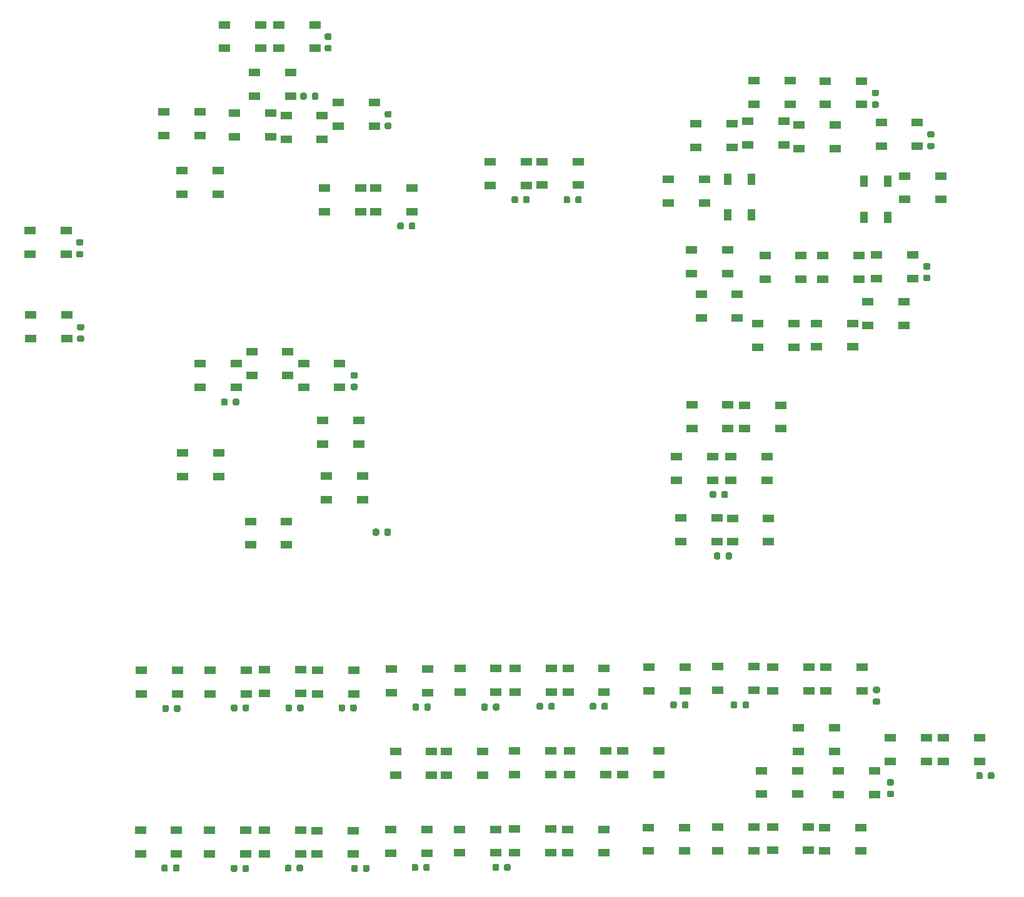
<source format=gbr>
G04 #@! TF.GenerationSoftware,KiCad,Pcbnew,(5.1.6)-1*
G04 #@! TF.CreationDate,2021-02-10T22:37:55+11:00*
G04 #@! TF.ProjectId,KY58 Panel PCB V2,4b593538-2050-4616-9e65-6c2050434220,rev?*
G04 #@! TF.SameCoordinates,Original*
G04 #@! TF.FileFunction,Paste,Top*
G04 #@! TF.FilePolarity,Positive*
%FSLAX46Y46*%
G04 Gerber Fmt 4.6, Leading zero omitted, Abs format (unit mm)*
G04 Created by KiCad (PCBNEW (5.1.6)-1) date 2021-02-10 22:37:55*
%MOMM*%
%LPD*%
G01*
G04 APERTURE LIST*
%ADD10R,1.500000X1.000000*%
%ADD11R,1.000000X1.500000*%
G04 APERTURE END LIST*
D10*
G04 #@! TO.C,D80*
X103975000Y-92225000D03*
X103975000Y-95425000D03*
X108875000Y-92225000D03*
X108875000Y-95425000D03*
G04 #@! TD*
G04 #@! TO.C,D79*
X113125000Y-101525000D03*
X113125000Y-104725000D03*
X118025000Y-101525000D03*
X118025000Y-104725000D03*
G04 #@! TD*
G04 #@! TO.C,D78*
X123425000Y-95375000D03*
X123425000Y-98575000D03*
X128325000Y-95375000D03*
X128325000Y-98575000D03*
G04 #@! TD*
G04 #@! TO.C,D77*
X122875000Y-87825000D03*
X122875000Y-91025000D03*
X127775000Y-87825000D03*
X127775000Y-91025000D03*
G04 #@! TD*
G04 #@! TO.C,D76*
X178400000Y-101100000D03*
X178400000Y-104300000D03*
X183300000Y-101100000D03*
X183300000Y-104300000D03*
G04 #@! TD*
G04 #@! TO.C,D75*
X178200000Y-92750000D03*
X178200000Y-95950000D03*
X183100000Y-92750000D03*
X183100000Y-95950000D03*
G04 #@! TD*
G04 #@! TO.C,D74*
X180050000Y-85775000D03*
X180050000Y-88975000D03*
X184950000Y-85775000D03*
X184950000Y-88975000D03*
G04 #@! TD*
D11*
G04 #@! TO.C,D73*
X180975000Y-55125000D03*
X177775000Y-55125000D03*
X180975000Y-60025000D03*
X177775000Y-60025000D03*
G04 #@! TD*
D10*
G04 #@! TO.C,D69*
X187425000Y-47825000D03*
X187425000Y-51025000D03*
X192325000Y-47825000D03*
X192325000Y-51025000D03*
G04 #@! TD*
G04 #@! TO.C,D72*
X182800000Y-65525000D03*
X182800000Y-68725000D03*
X187700000Y-65525000D03*
X187700000Y-68725000D03*
G04 #@! TD*
G04 #@! TO.C,D71*
X190650000Y-65475000D03*
X190650000Y-68675000D03*
X195550000Y-65475000D03*
X195550000Y-68675000D03*
G04 #@! TD*
D11*
G04 #@! TO.C,D70*
X196200000Y-60350000D03*
X199400000Y-60350000D03*
X196200000Y-55450000D03*
X199400000Y-55450000D03*
G04 #@! TD*
D10*
G04 #@! TO.C,D68*
X180500000Y-47325000D03*
X180500000Y-50525000D03*
X185400000Y-47325000D03*
X185400000Y-50525000D03*
G04 #@! TD*
G04 #@! TO.C,D67*
X123150000Y-56375000D03*
X123150000Y-59575000D03*
X128050000Y-56375000D03*
X128050000Y-59575000D03*
G04 #@! TD*
G04 #@! TO.C,D66*
X117950000Y-46500000D03*
X117950000Y-49700000D03*
X122850000Y-46500000D03*
X122850000Y-49700000D03*
G04 #@! TD*
G04 #@! TO.C,D65*
X111000000Y-46225000D03*
X111000000Y-49425000D03*
X115900000Y-46225000D03*
X115900000Y-49425000D03*
G04 #@! TD*
G04 #@! TO.C,D64*
X103825000Y-54000000D03*
X103825000Y-57200000D03*
X108725000Y-54000000D03*
X108725000Y-57200000D03*
G04 #@! TD*
G04 #@! TO.C,C4*
G36*
G01*
X199553750Y-138047500D02*
X200066250Y-138047500D01*
G75*
G02*
X200285000Y-138266250I0J-218750D01*
G01*
X200285000Y-138703750D01*
G75*
G02*
X200066250Y-138922500I-218750J0D01*
G01*
X199553750Y-138922500D01*
G75*
G02*
X199335000Y-138703750I0J218750D01*
G01*
X199335000Y-138266250D01*
G75*
G02*
X199553750Y-138047500I218750J0D01*
G01*
G37*
G36*
G01*
X199553750Y-136472500D02*
X200066250Y-136472500D01*
G75*
G02*
X200285000Y-136691250I0J-218750D01*
G01*
X200285000Y-137128750D01*
G75*
G02*
X200066250Y-137347500I-218750J0D01*
G01*
X199553750Y-137347500D01*
G75*
G02*
X199335000Y-137128750I0J218750D01*
G01*
X199335000Y-136691250D01*
G75*
G02*
X199553750Y-136472500I218750J0D01*
G01*
G37*
G04 #@! TD*
G04 #@! TO.C,C13*
G36*
G01*
X197508750Y-44597500D02*
X198021250Y-44597500D01*
G75*
G02*
X198240000Y-44816250I0J-218750D01*
G01*
X198240000Y-45253750D01*
G75*
G02*
X198021250Y-45472500I-218750J0D01*
G01*
X197508750Y-45472500D01*
G75*
G02*
X197290000Y-45253750I0J218750D01*
G01*
X197290000Y-44816250D01*
G75*
G02*
X197508750Y-44597500I218750J0D01*
G01*
G37*
G36*
G01*
X197508750Y-43022500D02*
X198021250Y-43022500D01*
G75*
G02*
X198240000Y-43241250I0J-218750D01*
G01*
X198240000Y-43678750D01*
G75*
G02*
X198021250Y-43897500I-218750J0D01*
G01*
X197508750Y-43897500D01*
G75*
G02*
X197290000Y-43678750I0J218750D01*
G01*
X197290000Y-43241250D01*
G75*
G02*
X197508750Y-43022500I218750J0D01*
G01*
G37*
G04 #@! TD*
G04 #@! TO.C,C34*
G36*
G01*
X136542500Y-148686250D02*
X136542500Y-148173750D01*
G75*
G02*
X136761250Y-147955000I218750J0D01*
G01*
X137198750Y-147955000D01*
G75*
G02*
X137417500Y-148173750I0J-218750D01*
G01*
X137417500Y-148686250D01*
G75*
G02*
X137198750Y-148905000I-218750J0D01*
G01*
X136761250Y-148905000D01*
G75*
G02*
X136542500Y-148686250I0J218750D01*
G01*
G37*
G36*
G01*
X134967500Y-148686250D02*
X134967500Y-148173750D01*
G75*
G02*
X135186250Y-147955000I218750J0D01*
G01*
X135623750Y-147955000D01*
G75*
G02*
X135842500Y-148173750I0J-218750D01*
G01*
X135842500Y-148686250D01*
G75*
G02*
X135623750Y-148905000I-218750J0D01*
G01*
X135186250Y-148905000D01*
G75*
G02*
X134967500Y-148686250I0J218750D01*
G01*
G37*
G04 #@! TD*
G04 #@! TO.C,C33*
G36*
G01*
X119372500Y-148786250D02*
X119372500Y-148273750D01*
G75*
G02*
X119591250Y-148055000I218750J0D01*
G01*
X120028750Y-148055000D01*
G75*
G02*
X120247500Y-148273750I0J-218750D01*
G01*
X120247500Y-148786250D01*
G75*
G02*
X120028750Y-149005000I-218750J0D01*
G01*
X119591250Y-149005000D01*
G75*
G02*
X119372500Y-148786250I0J218750D01*
G01*
G37*
G36*
G01*
X117797500Y-148786250D02*
X117797500Y-148273750D01*
G75*
G02*
X118016250Y-148055000I218750J0D01*
G01*
X118453750Y-148055000D01*
G75*
G02*
X118672500Y-148273750I0J-218750D01*
G01*
X118672500Y-148786250D01*
G75*
G02*
X118453750Y-149005000I-218750J0D01*
G01*
X118016250Y-149005000D01*
G75*
G02*
X117797500Y-148786250I0J218750D01*
G01*
G37*
G04 #@! TD*
G04 #@! TO.C,C31*
G36*
G01*
X102642500Y-148776250D02*
X102642500Y-148263750D01*
G75*
G02*
X102861250Y-148045000I218750J0D01*
G01*
X103298750Y-148045000D01*
G75*
G02*
X103517500Y-148263750I0J-218750D01*
G01*
X103517500Y-148776250D01*
G75*
G02*
X103298750Y-148995000I-218750J0D01*
G01*
X102861250Y-148995000D01*
G75*
G02*
X102642500Y-148776250I0J218750D01*
G01*
G37*
G36*
G01*
X101067500Y-148776250D02*
X101067500Y-148263750D01*
G75*
G02*
X101286250Y-148045000I218750J0D01*
G01*
X101723750Y-148045000D01*
G75*
G02*
X101942500Y-148263750I0J-218750D01*
G01*
X101942500Y-148776250D01*
G75*
G02*
X101723750Y-148995000I-218750J0D01*
G01*
X101286250Y-148995000D01*
G75*
G02*
X101067500Y-148776250I0J218750D01*
G01*
G37*
G04 #@! TD*
G04 #@! TO.C,C35*
G36*
G01*
X112042500Y-148826250D02*
X112042500Y-148313750D01*
G75*
G02*
X112261250Y-148095000I218750J0D01*
G01*
X112698750Y-148095000D01*
G75*
G02*
X112917500Y-148313750I0J-218750D01*
G01*
X112917500Y-148826250D01*
G75*
G02*
X112698750Y-149045000I-218750J0D01*
G01*
X112261250Y-149045000D01*
G75*
G02*
X112042500Y-148826250I0J218750D01*
G01*
G37*
G36*
G01*
X110467500Y-148826250D02*
X110467500Y-148313750D01*
G75*
G02*
X110686250Y-148095000I218750J0D01*
G01*
X111123750Y-148095000D01*
G75*
G02*
X111342500Y-148313750I0J-218750D01*
G01*
X111342500Y-148826250D01*
G75*
G02*
X111123750Y-149045000I-218750J0D01*
G01*
X110686250Y-149045000D01*
G75*
G02*
X110467500Y-148826250I0J218750D01*
G01*
G37*
G04 #@! TD*
G04 #@! TO.C,R1*
G36*
G01*
X130562000Y-102740750D02*
X130562000Y-103253250D01*
G75*
G02*
X130343250Y-103472000I-218750J0D01*
G01*
X129905750Y-103472000D01*
G75*
G02*
X129687000Y-103253250I0J218750D01*
G01*
X129687000Y-102740750D01*
G75*
G02*
X129905750Y-102522000I218750J0D01*
G01*
X130343250Y-102522000D01*
G75*
G02*
X130562000Y-102740750I0J-218750D01*
G01*
G37*
G36*
G01*
X132137000Y-102740750D02*
X132137000Y-103253250D01*
G75*
G02*
X131918250Y-103472000I-218750J0D01*
G01*
X131480750Y-103472000D01*
G75*
G02*
X131262000Y-103253250I0J218750D01*
G01*
X131262000Y-102740750D01*
G75*
G02*
X131480750Y-102522000I218750J0D01*
G01*
X131918250Y-102522000D01*
G75*
G02*
X132137000Y-102740750I0J-218750D01*
G01*
G37*
G04 #@! TD*
G04 #@! TO.C,C32*
G36*
G01*
X145962500Y-126956250D02*
X145962500Y-126443750D01*
G75*
G02*
X146181250Y-126225000I218750J0D01*
G01*
X146618750Y-126225000D01*
G75*
G02*
X146837500Y-126443750I0J-218750D01*
G01*
X146837500Y-126956250D01*
G75*
G02*
X146618750Y-127175000I-218750J0D01*
G01*
X146181250Y-127175000D01*
G75*
G02*
X145962500Y-126956250I0J218750D01*
G01*
G37*
G36*
G01*
X144387500Y-126956250D02*
X144387500Y-126443750D01*
G75*
G02*
X144606250Y-126225000I218750J0D01*
G01*
X145043750Y-126225000D01*
G75*
G02*
X145262500Y-126443750I0J-218750D01*
G01*
X145262500Y-126956250D01*
G75*
G02*
X145043750Y-127175000I-218750J0D01*
G01*
X144606250Y-127175000D01*
G75*
G02*
X144387500Y-126956250I0J218750D01*
G01*
G37*
G04 #@! TD*
G04 #@! TO.C,C30*
G36*
G01*
X179762500Y-126656250D02*
X179762500Y-126143750D01*
G75*
G02*
X179981250Y-125925000I218750J0D01*
G01*
X180418750Y-125925000D01*
G75*
G02*
X180637500Y-126143750I0J-218750D01*
G01*
X180637500Y-126656250D01*
G75*
G02*
X180418750Y-126875000I-218750J0D01*
G01*
X179981250Y-126875000D01*
G75*
G02*
X179762500Y-126656250I0J218750D01*
G01*
G37*
G36*
G01*
X178187500Y-126656250D02*
X178187500Y-126143750D01*
G75*
G02*
X178406250Y-125925000I218750J0D01*
G01*
X178843750Y-125925000D01*
G75*
G02*
X179062500Y-126143750I0J-218750D01*
G01*
X179062500Y-126656250D01*
G75*
G02*
X178843750Y-126875000I-218750J0D01*
G01*
X178406250Y-126875000D01*
G75*
G02*
X178187500Y-126656250I0J218750D01*
G01*
G37*
G04 #@! TD*
G04 #@! TO.C,C29*
G36*
G01*
X136662500Y-126956250D02*
X136662500Y-126443750D01*
G75*
G02*
X136881250Y-126225000I218750J0D01*
G01*
X137318750Y-126225000D01*
G75*
G02*
X137537500Y-126443750I0J-218750D01*
G01*
X137537500Y-126956250D01*
G75*
G02*
X137318750Y-127175000I-218750J0D01*
G01*
X136881250Y-127175000D01*
G75*
G02*
X136662500Y-126956250I0J218750D01*
G01*
G37*
G36*
G01*
X135087500Y-126956250D02*
X135087500Y-126443750D01*
G75*
G02*
X135306250Y-126225000I218750J0D01*
G01*
X135743750Y-126225000D01*
G75*
G02*
X135962500Y-126443750I0J-218750D01*
G01*
X135962500Y-126956250D01*
G75*
G02*
X135743750Y-127175000I-218750J0D01*
G01*
X135306250Y-127175000D01*
G75*
G02*
X135087500Y-126956250I0J218750D01*
G01*
G37*
G04 #@! TD*
G04 #@! TO.C,C28*
G36*
G01*
X119462500Y-127056250D02*
X119462500Y-126543750D01*
G75*
G02*
X119681250Y-126325000I218750J0D01*
G01*
X120118750Y-126325000D01*
G75*
G02*
X120337500Y-126543750I0J-218750D01*
G01*
X120337500Y-127056250D01*
G75*
G02*
X120118750Y-127275000I-218750J0D01*
G01*
X119681250Y-127275000D01*
G75*
G02*
X119462500Y-127056250I0J218750D01*
G01*
G37*
G36*
G01*
X117887500Y-127056250D02*
X117887500Y-126543750D01*
G75*
G02*
X118106250Y-126325000I218750J0D01*
G01*
X118543750Y-126325000D01*
G75*
G02*
X118762500Y-126543750I0J-218750D01*
G01*
X118762500Y-127056250D01*
G75*
G02*
X118543750Y-127275000I-218750J0D01*
G01*
X118106250Y-127275000D01*
G75*
G02*
X117887500Y-127056250I0J218750D01*
G01*
G37*
G04 #@! TD*
G04 #@! TO.C,C27*
G36*
G01*
X160662500Y-126856250D02*
X160662500Y-126343750D01*
G75*
G02*
X160881250Y-126125000I218750J0D01*
G01*
X161318750Y-126125000D01*
G75*
G02*
X161537500Y-126343750I0J-218750D01*
G01*
X161537500Y-126856250D01*
G75*
G02*
X161318750Y-127075000I-218750J0D01*
G01*
X160881250Y-127075000D01*
G75*
G02*
X160662500Y-126856250I0J218750D01*
G01*
G37*
G36*
G01*
X159087500Y-126856250D02*
X159087500Y-126343750D01*
G75*
G02*
X159306250Y-126125000I218750J0D01*
G01*
X159743750Y-126125000D01*
G75*
G02*
X159962500Y-126343750I0J-218750D01*
G01*
X159962500Y-126856250D01*
G75*
G02*
X159743750Y-127075000I-218750J0D01*
G01*
X159306250Y-127075000D01*
G75*
G02*
X159087500Y-126856250I0J218750D01*
G01*
G37*
G04 #@! TD*
G04 #@! TO.C,C26*
G36*
G01*
X153462500Y-126856250D02*
X153462500Y-126343750D01*
G75*
G02*
X153681250Y-126125000I218750J0D01*
G01*
X154118750Y-126125000D01*
G75*
G02*
X154337500Y-126343750I0J-218750D01*
G01*
X154337500Y-126856250D01*
G75*
G02*
X154118750Y-127075000I-218750J0D01*
G01*
X153681250Y-127075000D01*
G75*
G02*
X153462500Y-126856250I0J218750D01*
G01*
G37*
G36*
G01*
X151887500Y-126856250D02*
X151887500Y-126343750D01*
G75*
G02*
X152106250Y-126125000I218750J0D01*
G01*
X152543750Y-126125000D01*
G75*
G02*
X152762500Y-126343750I0J-218750D01*
G01*
X152762500Y-126856250D01*
G75*
G02*
X152543750Y-127075000I-218750J0D01*
G01*
X152106250Y-127075000D01*
G75*
G02*
X151887500Y-126856250I0J218750D01*
G01*
G37*
G04 #@! TD*
G04 #@! TO.C,C25*
G36*
G01*
X112062500Y-127056250D02*
X112062500Y-126543750D01*
G75*
G02*
X112281250Y-126325000I218750J0D01*
G01*
X112718750Y-126325000D01*
G75*
G02*
X112937500Y-126543750I0J-218750D01*
G01*
X112937500Y-127056250D01*
G75*
G02*
X112718750Y-127275000I-218750J0D01*
G01*
X112281250Y-127275000D01*
G75*
G02*
X112062500Y-127056250I0J218750D01*
G01*
G37*
G36*
G01*
X110487500Y-127056250D02*
X110487500Y-126543750D01*
G75*
G02*
X110706250Y-126325000I218750J0D01*
G01*
X111143750Y-126325000D01*
G75*
G02*
X111362500Y-126543750I0J-218750D01*
G01*
X111362500Y-127056250D01*
G75*
G02*
X111143750Y-127275000I-218750J0D01*
G01*
X110706250Y-127275000D01*
G75*
G02*
X110487500Y-127056250I0J218750D01*
G01*
G37*
G04 #@! TD*
G04 #@! TO.C,C24*
G36*
G01*
X102762500Y-127156250D02*
X102762500Y-126643750D01*
G75*
G02*
X102981250Y-126425000I218750J0D01*
G01*
X103418750Y-126425000D01*
G75*
G02*
X103637500Y-126643750I0J-218750D01*
G01*
X103637500Y-127156250D01*
G75*
G02*
X103418750Y-127375000I-218750J0D01*
G01*
X102981250Y-127375000D01*
G75*
G02*
X102762500Y-127156250I0J218750D01*
G01*
G37*
G36*
G01*
X101187500Y-127156250D02*
X101187500Y-126643750D01*
G75*
G02*
X101406250Y-126425000I218750J0D01*
G01*
X101843750Y-126425000D01*
G75*
G02*
X102062500Y-126643750I0J-218750D01*
G01*
X102062500Y-127156250D01*
G75*
G02*
X101843750Y-127375000I-218750J0D01*
G01*
X101406250Y-127375000D01*
G75*
G02*
X101187500Y-127156250I0J218750D01*
G01*
G37*
G04 #@! TD*
G04 #@! TO.C,C23*
G36*
G01*
X126918750Y-82862500D02*
X127431250Y-82862500D01*
G75*
G02*
X127650000Y-83081250I0J-218750D01*
G01*
X127650000Y-83518750D01*
G75*
G02*
X127431250Y-83737500I-218750J0D01*
G01*
X126918750Y-83737500D01*
G75*
G02*
X126700000Y-83518750I0J218750D01*
G01*
X126700000Y-83081250D01*
G75*
G02*
X126918750Y-82862500I218750J0D01*
G01*
G37*
G36*
G01*
X126918750Y-81287500D02*
X127431250Y-81287500D01*
G75*
G02*
X127650000Y-81506250I0J-218750D01*
G01*
X127650000Y-81943750D01*
G75*
G02*
X127431250Y-82162500I-218750J0D01*
G01*
X126918750Y-82162500D01*
G75*
G02*
X126700000Y-81943750I0J218750D01*
G01*
X126700000Y-81506250D01*
G75*
G02*
X126918750Y-81287500I218750J0D01*
G01*
G37*
G04 #@! TD*
G04 #@! TO.C,C22*
G36*
G01*
X89743750Y-64862500D02*
X90256250Y-64862500D01*
G75*
G02*
X90475000Y-65081250I0J-218750D01*
G01*
X90475000Y-65518750D01*
G75*
G02*
X90256250Y-65737500I-218750J0D01*
G01*
X89743750Y-65737500D01*
G75*
G02*
X89525000Y-65518750I0J218750D01*
G01*
X89525000Y-65081250D01*
G75*
G02*
X89743750Y-64862500I218750J0D01*
G01*
G37*
G36*
G01*
X89743750Y-63287500D02*
X90256250Y-63287500D01*
G75*
G02*
X90475000Y-63506250I0J-218750D01*
G01*
X90475000Y-63943750D01*
G75*
G02*
X90256250Y-64162500I-218750J0D01*
G01*
X89743750Y-64162500D01*
G75*
G02*
X89525000Y-63943750I0J218750D01*
G01*
X89525000Y-63506250D01*
G75*
G02*
X89743750Y-63287500I218750J0D01*
G01*
G37*
G04 #@! TD*
G04 #@! TO.C,C21*
G36*
G01*
X89868750Y-76337500D02*
X90381250Y-76337500D01*
G75*
G02*
X90600000Y-76556250I0J-218750D01*
G01*
X90600000Y-76993750D01*
G75*
G02*
X90381250Y-77212500I-218750J0D01*
G01*
X89868750Y-77212500D01*
G75*
G02*
X89650000Y-76993750I0J218750D01*
G01*
X89650000Y-76556250D01*
G75*
G02*
X89868750Y-76337500I218750J0D01*
G01*
G37*
G36*
G01*
X89868750Y-74762500D02*
X90381250Y-74762500D01*
G75*
G02*
X90600000Y-74981250I0J-218750D01*
G01*
X90600000Y-75418750D01*
G75*
G02*
X90381250Y-75637500I-218750J0D01*
G01*
X89868750Y-75637500D01*
G75*
G02*
X89650000Y-75418750I0J218750D01*
G01*
X89650000Y-74981250D01*
G75*
G02*
X89868750Y-74762500I218750J0D01*
G01*
G37*
G04 #@! TD*
G04 #@! TO.C,C20*
G36*
G01*
X157112500Y-58181250D02*
X157112500Y-57668750D01*
G75*
G02*
X157331250Y-57450000I218750J0D01*
G01*
X157768750Y-57450000D01*
G75*
G02*
X157987500Y-57668750I0J-218750D01*
G01*
X157987500Y-58181250D01*
G75*
G02*
X157768750Y-58400000I-218750J0D01*
G01*
X157331250Y-58400000D01*
G75*
G02*
X157112500Y-58181250I0J218750D01*
G01*
G37*
G36*
G01*
X155537500Y-58181250D02*
X155537500Y-57668750D01*
G75*
G02*
X155756250Y-57450000I218750J0D01*
G01*
X156193750Y-57450000D01*
G75*
G02*
X156412500Y-57668750I0J-218750D01*
G01*
X156412500Y-58181250D01*
G75*
G02*
X156193750Y-58400000I-218750J0D01*
G01*
X155756250Y-58400000D01*
G75*
G02*
X155537500Y-58181250I0J218750D01*
G01*
G37*
G04 #@! TD*
G04 #@! TO.C,C19*
G36*
G01*
X150062500Y-58181250D02*
X150062500Y-57668750D01*
G75*
G02*
X150281250Y-57450000I218750J0D01*
G01*
X150718750Y-57450000D01*
G75*
G02*
X150937500Y-57668750I0J-218750D01*
G01*
X150937500Y-58181250D01*
G75*
G02*
X150718750Y-58400000I-218750J0D01*
G01*
X150281250Y-58400000D01*
G75*
G02*
X150062500Y-58181250I0J218750D01*
G01*
G37*
G36*
G01*
X148487500Y-58181250D02*
X148487500Y-57668750D01*
G75*
G02*
X148706250Y-57450000I218750J0D01*
G01*
X149143750Y-57450000D01*
G75*
G02*
X149362500Y-57668750I0J-218750D01*
G01*
X149362500Y-58181250D01*
G75*
G02*
X149143750Y-58400000I-218750J0D01*
G01*
X148706250Y-58400000D01*
G75*
G02*
X148487500Y-58181250I0J218750D01*
G01*
G37*
G04 #@! TD*
G04 #@! TO.C,C18*
G36*
G01*
X120750000Y-43643750D02*
X120750000Y-44156250D01*
G75*
G02*
X120531250Y-44375000I-218750J0D01*
G01*
X120093750Y-44375000D01*
G75*
G02*
X119875000Y-44156250I0J218750D01*
G01*
X119875000Y-43643750D01*
G75*
G02*
X120093750Y-43425000I218750J0D01*
G01*
X120531250Y-43425000D01*
G75*
G02*
X120750000Y-43643750I0J-218750D01*
G01*
G37*
G36*
G01*
X122325000Y-43643750D02*
X122325000Y-44156250D01*
G75*
G02*
X122106250Y-44375000I-218750J0D01*
G01*
X121668750Y-44375000D01*
G75*
G02*
X121450000Y-44156250I0J218750D01*
G01*
X121450000Y-43643750D01*
G75*
G02*
X121668750Y-43425000I218750J0D01*
G01*
X122106250Y-43425000D01*
G75*
G02*
X122325000Y-43643750I0J-218750D01*
G01*
G37*
G04 #@! TD*
G04 #@! TO.C,C17*
G36*
G01*
X131518750Y-47487500D02*
X132031250Y-47487500D01*
G75*
G02*
X132250000Y-47706250I0J-218750D01*
G01*
X132250000Y-48143750D01*
G75*
G02*
X132031250Y-48362500I-218750J0D01*
G01*
X131518750Y-48362500D01*
G75*
G02*
X131300000Y-48143750I0J218750D01*
G01*
X131300000Y-47706250D01*
G75*
G02*
X131518750Y-47487500I218750J0D01*
G01*
G37*
G36*
G01*
X131518750Y-45912500D02*
X132031250Y-45912500D01*
G75*
G02*
X132250000Y-46131250I0J-218750D01*
G01*
X132250000Y-46568750D01*
G75*
G02*
X132031250Y-46787500I-218750J0D01*
G01*
X131518750Y-46787500D01*
G75*
G02*
X131300000Y-46568750I0J218750D01*
G01*
X131300000Y-46131250D01*
G75*
G02*
X131518750Y-45912500I218750J0D01*
G01*
G37*
G04 #@! TD*
G04 #@! TO.C,C16*
G36*
G01*
X123393750Y-36962500D02*
X123906250Y-36962500D01*
G75*
G02*
X124125000Y-37181250I0J-218750D01*
G01*
X124125000Y-37618750D01*
G75*
G02*
X123906250Y-37837500I-218750J0D01*
G01*
X123393750Y-37837500D01*
G75*
G02*
X123175000Y-37618750I0J218750D01*
G01*
X123175000Y-37181250D01*
G75*
G02*
X123393750Y-36962500I218750J0D01*
G01*
G37*
G36*
G01*
X123393750Y-35387500D02*
X123906250Y-35387500D01*
G75*
G02*
X124125000Y-35606250I0J-218750D01*
G01*
X124125000Y-36043750D01*
G75*
G02*
X123906250Y-36262500I-218750J0D01*
G01*
X123393750Y-36262500D01*
G75*
G02*
X123175000Y-36043750I0J218750D01*
G01*
X123175000Y-35606250D01*
G75*
G02*
X123393750Y-35387500I218750J0D01*
G01*
G37*
G04 #@! TD*
G04 #@! TO.C,C15*
G36*
G01*
X134587500Y-61756250D02*
X134587500Y-61243750D01*
G75*
G02*
X134806250Y-61025000I218750J0D01*
G01*
X135243750Y-61025000D01*
G75*
G02*
X135462500Y-61243750I0J-218750D01*
G01*
X135462500Y-61756250D01*
G75*
G02*
X135243750Y-61975000I-218750J0D01*
G01*
X134806250Y-61975000D01*
G75*
G02*
X134587500Y-61756250I0J218750D01*
G01*
G37*
G36*
G01*
X133012500Y-61756250D02*
X133012500Y-61243750D01*
G75*
G02*
X133231250Y-61025000I218750J0D01*
G01*
X133668750Y-61025000D01*
G75*
G02*
X133887500Y-61243750I0J-218750D01*
G01*
X133887500Y-61756250D01*
G75*
G02*
X133668750Y-61975000I-218750J0D01*
G01*
X133231250Y-61975000D01*
G75*
G02*
X133012500Y-61756250I0J218750D01*
G01*
G37*
G04 #@! TD*
G04 #@! TO.C,C14*
G36*
G01*
X110732500Y-85616250D02*
X110732500Y-85103750D01*
G75*
G02*
X110951250Y-84885000I218750J0D01*
G01*
X111388750Y-84885000D01*
G75*
G02*
X111607500Y-85103750I0J-218750D01*
G01*
X111607500Y-85616250D01*
G75*
G02*
X111388750Y-85835000I-218750J0D01*
G01*
X110951250Y-85835000D01*
G75*
G02*
X110732500Y-85616250I0J218750D01*
G01*
G37*
G36*
G01*
X109157500Y-85616250D02*
X109157500Y-85103750D01*
G75*
G02*
X109376250Y-84885000I218750J0D01*
G01*
X109813750Y-84885000D01*
G75*
G02*
X110032500Y-85103750I0J-218750D01*
G01*
X110032500Y-85616250D01*
G75*
G02*
X109813750Y-85835000I-218750J0D01*
G01*
X109376250Y-85835000D01*
G75*
G02*
X109157500Y-85616250I0J218750D01*
G01*
G37*
G04 #@! TD*
G04 #@! TO.C,C12*
G36*
G01*
X205023750Y-50212500D02*
X205536250Y-50212500D01*
G75*
G02*
X205755000Y-50431250I0J-218750D01*
G01*
X205755000Y-50868750D01*
G75*
G02*
X205536250Y-51087500I-218750J0D01*
G01*
X205023750Y-51087500D01*
G75*
G02*
X204805000Y-50868750I0J218750D01*
G01*
X204805000Y-50431250D01*
G75*
G02*
X205023750Y-50212500I218750J0D01*
G01*
G37*
G36*
G01*
X205023750Y-48637500D02*
X205536250Y-48637500D01*
G75*
G02*
X205755000Y-48856250I0J-218750D01*
G01*
X205755000Y-49293750D01*
G75*
G02*
X205536250Y-49512500I-218750J0D01*
G01*
X205023750Y-49512500D01*
G75*
G02*
X204805000Y-49293750I0J218750D01*
G01*
X204805000Y-48856250D01*
G75*
G02*
X205023750Y-48637500I218750J0D01*
G01*
G37*
G04 #@! TD*
G04 #@! TO.C,C11*
G36*
G01*
X204473750Y-68107500D02*
X204986250Y-68107500D01*
G75*
G02*
X205205000Y-68326250I0J-218750D01*
G01*
X205205000Y-68763750D01*
G75*
G02*
X204986250Y-68982500I-218750J0D01*
G01*
X204473750Y-68982500D01*
G75*
G02*
X204255000Y-68763750I0J218750D01*
G01*
X204255000Y-68326250D01*
G75*
G02*
X204473750Y-68107500I218750J0D01*
G01*
G37*
G36*
G01*
X204473750Y-66532500D02*
X204986250Y-66532500D01*
G75*
G02*
X205205000Y-66751250I0J-218750D01*
G01*
X205205000Y-67188750D01*
G75*
G02*
X204986250Y-67407500I-218750J0D01*
G01*
X204473750Y-67407500D01*
G75*
G02*
X204255000Y-67188750I0J218750D01*
G01*
X204255000Y-66751250D01*
G75*
G02*
X204473750Y-66532500I218750J0D01*
G01*
G37*
G04 #@! TD*
G04 #@! TO.C,C10*
G36*
G01*
X176212500Y-97643750D02*
X176212500Y-98156250D01*
G75*
G02*
X175993750Y-98375000I-218750J0D01*
G01*
X175556250Y-98375000D01*
G75*
G02*
X175337500Y-98156250I0J218750D01*
G01*
X175337500Y-97643750D01*
G75*
G02*
X175556250Y-97425000I218750J0D01*
G01*
X175993750Y-97425000D01*
G75*
G02*
X176212500Y-97643750I0J-218750D01*
G01*
G37*
G36*
G01*
X177787500Y-97643750D02*
X177787500Y-98156250D01*
G75*
G02*
X177568750Y-98375000I-218750J0D01*
G01*
X177131250Y-98375000D01*
G75*
G02*
X176912500Y-98156250I0J218750D01*
G01*
X176912500Y-97643750D01*
G75*
G02*
X177131250Y-97425000I218750J0D01*
G01*
X177568750Y-97425000D01*
G75*
G02*
X177787500Y-97643750I0J-218750D01*
G01*
G37*
G04 #@! TD*
G04 #@! TO.C,C9*
G36*
G01*
X176787500Y-105953750D02*
X176787500Y-106466250D01*
G75*
G02*
X176568750Y-106685000I-218750J0D01*
G01*
X176131250Y-106685000D01*
G75*
G02*
X175912500Y-106466250I0J218750D01*
G01*
X175912500Y-105953750D01*
G75*
G02*
X176131250Y-105735000I218750J0D01*
G01*
X176568750Y-105735000D01*
G75*
G02*
X176787500Y-105953750I0J-218750D01*
G01*
G37*
G36*
G01*
X178362500Y-105953750D02*
X178362500Y-106466250D01*
G75*
G02*
X178143750Y-106685000I-218750J0D01*
G01*
X177706250Y-106685000D01*
G75*
G02*
X177487500Y-106466250I0J218750D01*
G01*
X177487500Y-105953750D01*
G75*
G02*
X177706250Y-105735000I218750J0D01*
G01*
X178143750Y-105735000D01*
G75*
G02*
X178362500Y-105953750I0J-218750D01*
G01*
G37*
G04 #@! TD*
G04 #@! TO.C,C8*
G36*
G01*
X126637500Y-127056250D02*
X126637500Y-126543750D01*
G75*
G02*
X126856250Y-126325000I218750J0D01*
G01*
X127293750Y-126325000D01*
G75*
G02*
X127512500Y-126543750I0J-218750D01*
G01*
X127512500Y-127056250D01*
G75*
G02*
X127293750Y-127275000I-218750J0D01*
G01*
X126856250Y-127275000D01*
G75*
G02*
X126637500Y-127056250I0J218750D01*
G01*
G37*
G36*
G01*
X125062500Y-127056250D02*
X125062500Y-126543750D01*
G75*
G02*
X125281250Y-126325000I218750J0D01*
G01*
X125718750Y-126325000D01*
G75*
G02*
X125937500Y-126543750I0J-218750D01*
G01*
X125937500Y-127056250D01*
G75*
G02*
X125718750Y-127275000I-218750J0D01*
G01*
X125281250Y-127275000D01*
G75*
G02*
X125062500Y-127056250I0J218750D01*
G01*
G37*
G04 #@! TD*
G04 #@! TO.C,C7*
G36*
G01*
X171562500Y-126656250D02*
X171562500Y-126143750D01*
G75*
G02*
X171781250Y-125925000I218750J0D01*
G01*
X172218750Y-125925000D01*
G75*
G02*
X172437500Y-126143750I0J-218750D01*
G01*
X172437500Y-126656250D01*
G75*
G02*
X172218750Y-126875000I-218750J0D01*
G01*
X171781250Y-126875000D01*
G75*
G02*
X171562500Y-126656250I0J218750D01*
G01*
G37*
G36*
G01*
X169987500Y-126656250D02*
X169987500Y-126143750D01*
G75*
G02*
X170206250Y-125925000I218750J0D01*
G01*
X170643750Y-125925000D01*
G75*
G02*
X170862500Y-126143750I0J-218750D01*
G01*
X170862500Y-126656250D01*
G75*
G02*
X170643750Y-126875000I-218750J0D01*
G01*
X170206250Y-126875000D01*
G75*
G02*
X169987500Y-126656250I0J218750D01*
G01*
G37*
G04 #@! TD*
G04 #@! TO.C,C6*
G36*
G01*
X212297500Y-135743750D02*
X212297500Y-136256250D01*
G75*
G02*
X212078750Y-136475000I-218750J0D01*
G01*
X211641250Y-136475000D01*
G75*
G02*
X211422500Y-136256250I0J218750D01*
G01*
X211422500Y-135743750D01*
G75*
G02*
X211641250Y-135525000I218750J0D01*
G01*
X212078750Y-135525000D01*
G75*
G02*
X212297500Y-135743750I0J-218750D01*
G01*
G37*
G36*
G01*
X213872500Y-135743750D02*
X213872500Y-136256250D01*
G75*
G02*
X213653750Y-136475000I-218750J0D01*
G01*
X213216250Y-136475000D01*
G75*
G02*
X212997500Y-136256250I0J218750D01*
G01*
X212997500Y-135743750D01*
G75*
G02*
X213216250Y-135525000I218750J0D01*
G01*
X213653750Y-135525000D01*
G75*
G02*
X213872500Y-135743750I0J-218750D01*
G01*
G37*
G04 #@! TD*
G04 #@! TO.C,C5*
G36*
G01*
X198173250Y-124811000D02*
X197660750Y-124811000D01*
G75*
G02*
X197442000Y-124592250I0J218750D01*
G01*
X197442000Y-124154750D01*
G75*
G02*
X197660750Y-123936000I218750J0D01*
G01*
X198173250Y-123936000D01*
G75*
G02*
X198392000Y-124154750I0J-218750D01*
G01*
X198392000Y-124592250D01*
G75*
G02*
X198173250Y-124811000I-218750J0D01*
G01*
G37*
G36*
G01*
X198173250Y-126386000D02*
X197660750Y-126386000D01*
G75*
G02*
X197442000Y-126167250I0J218750D01*
G01*
X197442000Y-125729750D01*
G75*
G02*
X197660750Y-125511000I218750J0D01*
G01*
X198173250Y-125511000D01*
G75*
G02*
X198392000Y-125729750I0J-218750D01*
G01*
X198392000Y-126167250D01*
G75*
G02*
X198173250Y-126386000I-218750J0D01*
G01*
G37*
G04 #@! TD*
G04 #@! TO.C,C3*
G36*
G01*
X146787500Y-148173750D02*
X146787500Y-148686250D01*
G75*
G02*
X146568750Y-148905000I-218750J0D01*
G01*
X146131250Y-148905000D01*
G75*
G02*
X145912500Y-148686250I0J218750D01*
G01*
X145912500Y-148173750D01*
G75*
G02*
X146131250Y-147955000I218750J0D01*
G01*
X146568750Y-147955000D01*
G75*
G02*
X146787500Y-148173750I0J-218750D01*
G01*
G37*
G36*
G01*
X148362500Y-148173750D02*
X148362500Y-148686250D01*
G75*
G02*
X148143750Y-148905000I-218750J0D01*
G01*
X147706250Y-148905000D01*
G75*
G02*
X147487500Y-148686250I0J218750D01*
G01*
X147487500Y-148173750D01*
G75*
G02*
X147706250Y-147955000I218750J0D01*
G01*
X148143750Y-147955000D01*
G75*
G02*
X148362500Y-148173750I0J-218750D01*
G01*
G37*
G04 #@! TD*
G04 #@! TO.C,C2*
G36*
G01*
X127667500Y-148313750D02*
X127667500Y-148826250D01*
G75*
G02*
X127448750Y-149045000I-218750J0D01*
G01*
X127011250Y-149045000D01*
G75*
G02*
X126792500Y-148826250I0J218750D01*
G01*
X126792500Y-148313750D01*
G75*
G02*
X127011250Y-148095000I218750J0D01*
G01*
X127448750Y-148095000D01*
G75*
G02*
X127667500Y-148313750I0J-218750D01*
G01*
G37*
G36*
G01*
X129242500Y-148313750D02*
X129242500Y-148826250D01*
G75*
G02*
X129023750Y-149045000I-218750J0D01*
G01*
X128586250Y-149045000D01*
G75*
G02*
X128367500Y-148826250I0J218750D01*
G01*
X128367500Y-148313750D01*
G75*
G02*
X128586250Y-148095000I218750J0D01*
G01*
X129023750Y-148095000D01*
G75*
G02*
X129242500Y-148313750I0J-218750D01*
G01*
G37*
G04 #@! TD*
G04 #@! TO.C,D63*
X83362800Y-73558400D03*
X83362800Y-76758400D03*
X88262800Y-73558400D03*
X88262800Y-76758400D03*
G04 #@! TD*
G04 #@! TO.C,D62*
X190895000Y-143002000D03*
X190895000Y-146202000D03*
X195795000Y-143002000D03*
X195795000Y-146202000D03*
G04 #@! TD*
G04 #@! TO.C,D61*
X183820000Y-142926000D03*
X183820000Y-146126000D03*
X188720000Y-142926000D03*
X188720000Y-146126000D03*
G04 #@! TD*
G04 #@! TO.C,D60*
X176378000Y-142977000D03*
X176378000Y-146177000D03*
X181278000Y-142977000D03*
X181278000Y-146177000D03*
G04 #@! TD*
G04 #@! TO.C,D59*
X167030000Y-143002000D03*
X167030000Y-146202000D03*
X171930000Y-143002000D03*
X171930000Y-146202000D03*
G04 #@! TD*
G04 #@! TO.C,D58*
X156060000Y-143256000D03*
X156060000Y-146456000D03*
X160960000Y-143256000D03*
X160960000Y-146456000D03*
G04 #@! TD*
G04 #@! TO.C,D57*
X148872000Y-143231000D03*
X148872000Y-146431000D03*
X153772000Y-143231000D03*
X153772000Y-146431000D03*
G04 #@! TD*
G04 #@! TO.C,D56*
X141453000Y-143256000D03*
X141453000Y-146456000D03*
X146353000Y-143256000D03*
X146353000Y-146456000D03*
G04 #@! TD*
G04 #@! TO.C,D55*
X132131000Y-143281000D03*
X132131000Y-146481000D03*
X137031000Y-143281000D03*
X137031000Y-146481000D03*
G04 #@! TD*
G04 #@! TO.C,D54*
X122149000Y-143434000D03*
X122149000Y-146634000D03*
X127049000Y-143434000D03*
X127049000Y-146634000D03*
G04 #@! TD*
G04 #@! TO.C,D53*
X115011000Y-143408000D03*
X115011000Y-146608000D03*
X119911000Y-143408000D03*
X119911000Y-146608000D03*
G04 #@! TD*
G04 #@! TO.C,D52*
X107544000Y-143383000D03*
X107544000Y-146583000D03*
X112444000Y-143383000D03*
X112444000Y-146583000D03*
G04 #@! TD*
G04 #@! TO.C,D51*
X98224000Y-143409000D03*
X98224000Y-146609000D03*
X103124000Y-143409000D03*
X103124000Y-146609000D03*
G04 #@! TD*
G04 #@! TO.C,D50*
X206959000Y-130835000D03*
X206959000Y-134035000D03*
X211859000Y-130835000D03*
X211859000Y-134035000D03*
G04 #@! TD*
G04 #@! TO.C,D49*
X199773000Y-130861000D03*
X199773000Y-134061000D03*
X204673000Y-130861000D03*
X204673000Y-134061000D03*
G04 #@! TD*
G04 #@! TO.C,D48*
X192724000Y-135331000D03*
X192724000Y-138531000D03*
X197624000Y-135331000D03*
X197624000Y-138531000D03*
G04 #@! TD*
G04 #@! TO.C,D47*
X187339000Y-129489000D03*
X187339000Y-132689000D03*
X192239000Y-129489000D03*
X192239000Y-132689000D03*
G04 #@! TD*
G04 #@! TO.C,D46*
X182335000Y-135306000D03*
X182335000Y-138506000D03*
X187235000Y-135306000D03*
X187235000Y-138506000D03*
G04 #@! TD*
G04 #@! TO.C,D45*
X163525000Y-132639000D03*
X163525000Y-135839000D03*
X168425000Y-132639000D03*
X168425000Y-135839000D03*
G04 #@! TD*
G04 #@! TO.C,D44*
X156351000Y-132614000D03*
X156351000Y-135814000D03*
X161251000Y-132614000D03*
X161251000Y-135814000D03*
G04 #@! TD*
G04 #@! TO.C,D43*
X148909000Y-132639000D03*
X148909000Y-135839000D03*
X153809000Y-132639000D03*
X153809000Y-135839000D03*
G04 #@! TD*
G04 #@! TO.C,D42*
X139688000Y-132690000D03*
X139688000Y-135890000D03*
X144588000Y-132690000D03*
X144588000Y-135890000D03*
G04 #@! TD*
G04 #@! TO.C,D41*
X132766000Y-132690000D03*
X132766000Y-135890000D03*
X137666000Y-132690000D03*
X137666000Y-135890000D03*
G04 #@! TD*
G04 #@! TO.C,D40*
X191047000Y-121260000D03*
X191047000Y-124460000D03*
X195947000Y-121260000D03*
X195947000Y-124460000D03*
G04 #@! TD*
G04 #@! TO.C,D39*
X183859000Y-121260000D03*
X183859000Y-124460000D03*
X188759000Y-121260000D03*
X188759000Y-124460000D03*
G04 #@! TD*
G04 #@! TO.C,D38*
X176442000Y-121234000D03*
X176442000Y-124434000D03*
X181342000Y-121234000D03*
X181342000Y-124434000D03*
G04 #@! TD*
G04 #@! TO.C,D37*
X167081000Y-121260000D03*
X167081000Y-124460000D03*
X171981000Y-121260000D03*
X171981000Y-124460000D03*
G04 #@! TD*
G04 #@! TO.C,D36*
X156134000Y-121488000D03*
X156134000Y-124688000D03*
X161034000Y-121488000D03*
X161034000Y-124688000D03*
G04 #@! TD*
G04 #@! TO.C,D35*
X148959000Y-121488000D03*
X148959000Y-124688000D03*
X153859000Y-121488000D03*
X153859000Y-124688000D03*
G04 #@! TD*
G04 #@! TO.C,D34*
X141492000Y-121488000D03*
X141492000Y-124688000D03*
X146392000Y-121488000D03*
X146392000Y-124688000D03*
G04 #@! TD*
G04 #@! TO.C,D33*
X132184000Y-121564000D03*
X132184000Y-124764000D03*
X137084000Y-121564000D03*
X137084000Y-124764000D03*
G04 #@! TD*
G04 #@! TO.C,D32*
X122227000Y-121717000D03*
X122227000Y-124917000D03*
X127127000Y-121717000D03*
X127127000Y-124917000D03*
G04 #@! TD*
G04 #@! TO.C,D31*
X115039000Y-121641000D03*
X115039000Y-124841000D03*
X119939000Y-121641000D03*
X119939000Y-124841000D03*
G04 #@! TD*
G04 #@! TO.C,D30*
X107634000Y-121692000D03*
X107634000Y-124892000D03*
X112534000Y-121692000D03*
X112534000Y-124892000D03*
G04 #@! TD*
G04 #@! TO.C,D29*
X98337000Y-121692000D03*
X98337000Y-124892000D03*
X103237000Y-121692000D03*
X103237000Y-124892000D03*
G04 #@! TD*
G04 #@! TO.C,D28*
X171401000Y-101067000D03*
X171401000Y-104267000D03*
X176301000Y-101067000D03*
X176301000Y-104267000D03*
G04 #@! TD*
G04 #@! TO.C,D27*
X170843000Y-92735400D03*
X170843000Y-95935400D03*
X175743000Y-92735400D03*
X175743000Y-95935400D03*
G04 #@! TD*
G04 #@! TO.C,D26*
X172900000Y-85699600D03*
X172900000Y-88899600D03*
X177800000Y-85699600D03*
X177800000Y-88899600D03*
G04 #@! TD*
G04 #@! TO.C,D25*
X120322000Y-80137000D03*
X120322000Y-83337000D03*
X125222000Y-80137000D03*
X125222000Y-83337000D03*
G04 #@! TD*
G04 #@! TO.C,D24*
X113298000Y-78511600D03*
X113298000Y-81711600D03*
X118198000Y-78511600D03*
X118198000Y-81711600D03*
G04 #@! TD*
G04 #@! TO.C,D23*
X106274000Y-80162400D03*
X106274000Y-83362400D03*
X111174000Y-80162400D03*
X111174000Y-83362400D03*
G04 #@! TD*
G04 #@! TO.C,D22*
X173459000Y-47625000D03*
X173459000Y-50825000D03*
X178359000Y-47625000D03*
X178359000Y-50825000D03*
G04 #@! TD*
G04 #@! TO.C,D21*
X169724000Y-55199400D03*
X169724000Y-58399400D03*
X174624000Y-55199400D03*
X174624000Y-58399400D03*
G04 #@! TD*
G04 #@! TO.C,D20*
X172825000Y-64750000D03*
X172825000Y-67950000D03*
X177725000Y-64750000D03*
X177725000Y-67950000D03*
G04 #@! TD*
G04 #@! TO.C,D19*
X174170000Y-70764400D03*
X174170000Y-73964400D03*
X179070000Y-70764400D03*
X179070000Y-73964400D03*
G04 #@! TD*
G04 #@! TO.C,D18*
X181864000Y-74752200D03*
X181864000Y-77952200D03*
X186764000Y-74752200D03*
X186764000Y-77952200D03*
G04 #@! TD*
G04 #@! TO.C,D17*
X189766000Y-74676000D03*
X189766000Y-77876000D03*
X194666000Y-74676000D03*
X194666000Y-77876000D03*
G04 #@! TD*
G04 #@! TO.C,D16*
X196751000Y-71755400D03*
X196751000Y-74955400D03*
X201651000Y-71755400D03*
X201651000Y-74955400D03*
G04 #@! TD*
G04 #@! TO.C,D15*
X197905000Y-65379800D03*
X197905000Y-68579800D03*
X202805000Y-65379800D03*
X202805000Y-68579800D03*
G04 #@! TD*
G04 #@! TO.C,D14*
X201752000Y-54701600D03*
X201752000Y-57901600D03*
X206652000Y-54701600D03*
X206652000Y-57901600D03*
G04 #@! TD*
G04 #@! TO.C,D13*
X198550000Y-47477000D03*
X198550000Y-50677000D03*
X203450000Y-47477000D03*
X203450000Y-50677000D03*
G04 #@! TD*
G04 #@! TO.C,D12*
X191000000Y-41825000D03*
X191000000Y-45025000D03*
X195900000Y-41825000D03*
X195900000Y-45025000D03*
G04 #@! TD*
G04 #@! TO.C,D11*
X181319000Y-41757800D03*
X181319000Y-44957800D03*
X186219000Y-41757800D03*
X186219000Y-44957800D03*
G04 #@! TD*
G04 #@! TO.C,D10*
X152642000Y-52756000D03*
X152642000Y-55956000D03*
X157542000Y-52756000D03*
X157542000Y-55956000D03*
G04 #@! TD*
G04 #@! TO.C,D9*
X145595000Y-52781400D03*
X145595000Y-55981400D03*
X150495000Y-52781400D03*
X150495000Y-55981400D03*
G04 #@! TD*
G04 #@! TO.C,D8*
X130101000Y-56337200D03*
X130101000Y-59537200D03*
X135001000Y-56337200D03*
X135001000Y-59537200D03*
G04 #@! TD*
G04 #@! TO.C,D7*
X125021000Y-44754800D03*
X125021000Y-47954800D03*
X129921000Y-44754800D03*
X129921000Y-47954800D03*
G04 #@! TD*
G04 #@! TO.C,D6*
X113665000Y-40690800D03*
X113665000Y-43890800D03*
X118565000Y-40690800D03*
X118565000Y-43890800D03*
G04 #@! TD*
G04 #@! TO.C,D5*
X116942000Y-34213800D03*
X116942000Y-37413800D03*
X121842000Y-34213800D03*
X121842000Y-37413800D03*
G04 #@! TD*
G04 #@! TO.C,D4*
X109578000Y-34213800D03*
X109578000Y-37413800D03*
X114478000Y-34213800D03*
X114478000Y-37413800D03*
G04 #@! TD*
G04 #@! TO.C,D3*
X101375000Y-46025000D03*
X101375000Y-49225000D03*
X106275000Y-46025000D03*
X106275000Y-49225000D03*
G04 #@! TD*
G04 #@! TO.C,D2*
X83263400Y-62103000D03*
X83263400Y-65303000D03*
X88163400Y-62103000D03*
X88163400Y-65303000D03*
G04 #@! TD*
M02*

</source>
